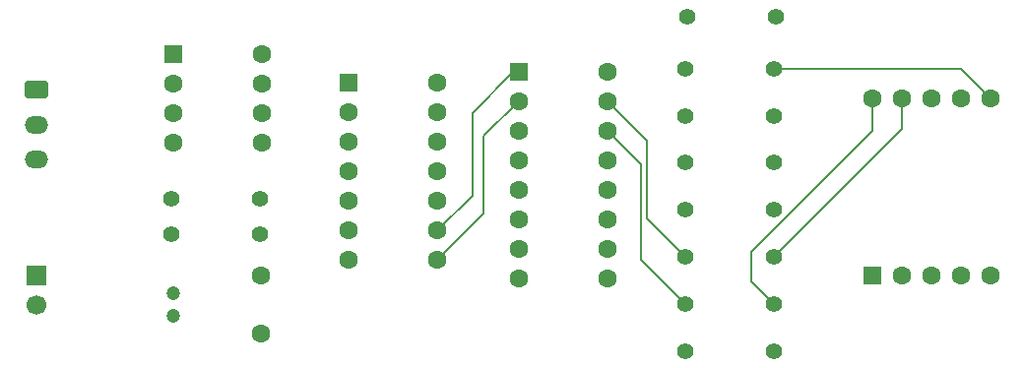
<source format=gbr>
%TF.GenerationSoftware,KiCad,Pcbnew,9.0.4*%
%TF.CreationDate,2025-10-16T13:30:05+09:00*%
%TF.ProjectId,HAM_Seminar,48414d5f-5365-46d6-996e-61722e6b6963,rev?*%
%TF.SameCoordinates,Original*%
%TF.FileFunction,Copper,L2,Bot*%
%TF.FilePolarity,Positive*%
%FSLAX46Y46*%
G04 Gerber Fmt 4.6, Leading zero omitted, Abs format (unit mm)*
G04 Created by KiCad (PCBNEW 9.0.4) date 2025-10-16 13:30:05*
%MOMM*%
%LPD*%
G01*
G04 APERTURE LIST*
G04 Aperture macros list*
%AMRoundRect*
0 Rectangle with rounded corners*
0 $1 Rounding radius*
0 $2 $3 $4 $5 $6 $7 $8 $9 X,Y pos of 4 corners*
0 Add a 4 corners polygon primitive as box body*
4,1,4,$2,$3,$4,$5,$6,$7,$8,$9,$2,$3,0*
0 Add four circle primitives for the rounded corners*
1,1,$1+$1,$2,$3*
1,1,$1+$1,$4,$5*
1,1,$1+$1,$6,$7*
1,1,$1+$1,$8,$9*
0 Add four rect primitives between the rounded corners*
20,1,$1+$1,$2,$3,$4,$5,0*
20,1,$1+$1,$4,$5,$6,$7,0*
20,1,$1+$1,$6,$7,$8,$9,0*
20,1,$1+$1,$8,$9,$2,$3,0*%
G04 Aperture macros list end*
%TA.AperFunction,ComponentPad*%
%ADD10C,1.400000*%
%TD*%
%TA.AperFunction,ComponentPad*%
%ADD11R,1.700000X1.700000*%
%TD*%
%TA.AperFunction,ComponentPad*%
%ADD12C,1.700000*%
%TD*%
%TA.AperFunction,ComponentPad*%
%ADD13RoundRect,0.250000X-0.550000X-0.550000X0.550000X-0.550000X0.550000X0.550000X-0.550000X0.550000X0*%
%TD*%
%TA.AperFunction,ComponentPad*%
%ADD14C,1.600000*%
%TD*%
%TA.AperFunction,ComponentPad*%
%ADD15R,1.600000X1.600000*%
%TD*%
%TA.AperFunction,ComponentPad*%
%ADD16C,1.200000*%
%TD*%
%TA.AperFunction,ComponentPad*%
%ADD17RoundRect,0.250001X-0.759999X0.499999X-0.759999X-0.499999X0.759999X-0.499999X0.759999X0.499999X0*%
%TD*%
%TA.AperFunction,ComponentPad*%
%ADD18O,2.020000X1.500000*%
%TD*%
%TA.AperFunction,Conductor*%
%ADD19C,0.200000*%
%TD*%
G04 APERTURE END LIST*
D10*
%TO.P,R3,1*%
%TO.N,Net-(U3-a)*%
X226000000Y-78750000D03*
%TO.P,R3,2*%
%TO.N,Net-(U4-A)*%
X233620000Y-78750000D03*
%TD*%
D11*
%TO.P,BT1,1,+*%
%TO.N,Net-(BT1-+)*%
X170000000Y-100960000D03*
D12*
%TO.P,BT1,2,-*%
%TO.N,GND*%
X170000000Y-103500000D03*
%TD*%
D10*
%TO.P,R1,1*%
%TO.N,VCC*%
X181610000Y-94420000D03*
%TO.P,R1,2*%
%TO.N,Net-(U1-DIS)*%
X189230000Y-94420000D03*
%TD*%
D13*
%TO.P,U2,1,CP1..3*%
%TO.N,Net-(U2-CP1..3)*%
X196880000Y-84420000D03*
D14*
%TO.P,U2,2,R0(1)*%
%TO.N,GND*%
X196880000Y-86960000D03*
%TO.P,U2,3,R0(2)*%
X196880000Y-89500000D03*
%TO.P,U2,4*%
%TO.N,N/C*%
X196880000Y-92040000D03*
%TO.P,U2,5,VCC*%
%TO.N,VCC*%
X196880000Y-94580000D03*
%TO.P,U2,6,R9(1)*%
%TO.N,GND*%
X196880000Y-97120000D03*
%TO.P,U2,7,R9(2)*%
X196880000Y-99660000D03*
%TO.P,U2,8,Q2*%
%TO.N,Net-(U2-Q2)*%
X204500000Y-99660000D03*
%TO.P,U2,9,Q1*%
%TO.N,Net-(U2-Q1)*%
X204500000Y-97120000D03*
%TO.P,U2,10,GND*%
%TO.N,GND*%
X204500000Y-94580000D03*
%TO.P,U2,11,Q3*%
%TO.N,Net-(U2-Q3)*%
X204500000Y-92040000D03*
%TO.P,U2,12,Q0*%
%TO.N,Net-(U2-CP1..3)*%
X204500000Y-89500000D03*
%TO.P,U2,13*%
%TO.N,N/C*%
X204500000Y-86960000D03*
%TO.P,U2,14,CP0*%
%TO.N,Net-(U1-Q)*%
X204500000Y-84420000D03*
%TD*%
D13*
%TO.P,U1,1,GND*%
%TO.N,GND*%
X181805000Y-81920000D03*
D14*
%TO.P,U1,2,TR*%
%TO.N,Net-(U1-THR)*%
X181805000Y-84460000D03*
%TO.P,U1,3,Q*%
%TO.N,Net-(U1-Q)*%
X181805000Y-87000000D03*
%TO.P,U1,4,R*%
%TO.N,VCC*%
X181805000Y-89540000D03*
%TO.P,U1,5,CV*%
%TO.N,Net-(U1-CV)*%
X189425000Y-89540000D03*
%TO.P,U1,6,THR*%
%TO.N,Net-(U1-THR)*%
X189425000Y-87000000D03*
%TO.P,U1,7,DIS*%
%TO.N,Net-(U1-DIS)*%
X189425000Y-84460000D03*
%TO.P,U1,8,VCC*%
%TO.N,VCC*%
X189425000Y-81920000D03*
%TD*%
D13*
%TO.P,U3,1,B*%
%TO.N,Net-(U2-Q1)*%
X211500000Y-83460000D03*
D14*
%TO.P,U3,2,C*%
%TO.N,Net-(U2-Q2)*%
X211500000Y-86000000D03*
%TO.P,U3,3,LT*%
%TO.N,VCC*%
X211500000Y-88540000D03*
%TO.P,U3,4,BI*%
X211500000Y-91080000D03*
%TO.P,U3,5,RBI*%
X211500000Y-93620000D03*
%TO.P,U3,6,D*%
%TO.N,Net-(U2-Q3)*%
X211500000Y-96160000D03*
%TO.P,U3,7,A*%
%TO.N,Net-(U2-CP1..3)*%
X211500000Y-98700000D03*
%TO.P,U3,8,GND*%
%TO.N,GND*%
X211500000Y-101240000D03*
%TO.P,U3,9,e*%
%TO.N,Net-(U3-e)*%
X219120000Y-101240000D03*
%TO.P,U3,10,d*%
%TO.N,Net-(U3-d)*%
X219120000Y-98700000D03*
%TO.P,U3,11,c*%
%TO.N,Net-(U3-c)*%
X219120000Y-96160000D03*
%TO.P,U3,12,b*%
%TO.N,Net-(U3-b)*%
X219120000Y-93620000D03*
%TO.P,U3,13,a*%
%TO.N,Net-(U3-a)*%
X219120000Y-91080000D03*
%TO.P,U3,14,g*%
%TO.N,Net-(U3-g)*%
X219120000Y-88540000D03*
%TO.P,U3,15,f*%
%TO.N,Net-(U3-f)*%
X219120000Y-86000000D03*
%TO.P,U3,16,VCC*%
%TO.N,VCC*%
X219120000Y-83460000D03*
%TD*%
%TO.P,C2,1*%
%TO.N,Net-(U1-CV)*%
X189305000Y-101000000D03*
%TO.P,C2,2*%
%TO.N,GND*%
X189305000Y-106000000D03*
%TD*%
D15*
%TO.P,U4,1,E*%
%TO.N,Net-(U4-E)*%
X241920000Y-100997500D03*
D14*
%TO.P,U4,2,D*%
%TO.N,Net-(U4-D)*%
X244460000Y-100997500D03*
%TO.P,U4,3,CC*%
%TO.N,GND*%
X247000000Y-100997500D03*
%TO.P,U4,4,C*%
%TO.N,Net-(U4-C)*%
X249540000Y-100997500D03*
%TO.P,U4,5,DP*%
%TO.N,Net-(U4-DP)*%
X252080000Y-100997500D03*
%TO.P,U4,6,B*%
%TO.N,Net-(U4-B)*%
X252080000Y-85757500D03*
%TO.P,U4,7,A*%
%TO.N,Net-(U4-A)*%
X249540000Y-85757500D03*
%TO.P,U4,8,CC*%
%TO.N,GND*%
X247000000Y-85757500D03*
%TO.P,U4,9,F*%
%TO.N,Net-(U4-F)*%
X244460000Y-85757500D03*
%TO.P,U4,10,G*%
%TO.N,Net-(U4-G)*%
X241920000Y-85757500D03*
%TD*%
D16*
%TO.P,C1,1*%
%TO.N,Net-(U1-THR)*%
X181805000Y-102500000D03*
%TO.P,C1,2*%
%TO.N,GND*%
X181805000Y-104500000D03*
%TD*%
D10*
%TO.P,R9,1*%
%TO.N,Net-(U3-g)*%
X225840000Y-103450000D03*
%TO.P,R9,2*%
%TO.N,Net-(U4-G)*%
X233460000Y-103450000D03*
%TD*%
%TO.P,R5,1*%
%TO.N,Net-(U3-c)*%
X225840000Y-87250000D03*
%TO.P,R5,2*%
%TO.N,Net-(U4-C)*%
X233460000Y-87250000D03*
%TD*%
%TO.P,R8,1*%
%TO.N,Net-(U3-f)*%
X225840000Y-99400000D03*
%TO.P,R8,2*%
%TO.N,Net-(U4-F)*%
X233460000Y-99400000D03*
%TD*%
D17*
%TO.P,SW1,1,A*%
%TO.N,VCC*%
X170000000Y-85000000D03*
D18*
%TO.P,SW1,2,B*%
%TO.N,Net-(BT1-+)*%
X170000000Y-88000000D03*
%TO.P,SW1,3,C*%
%TO.N,unconnected-(SW1-C-Pad3)*%
X170000000Y-91000000D03*
%TD*%
D10*
%TO.P,R4,1*%
%TO.N,Net-(U3-b)*%
X225840000Y-83200000D03*
%TO.P,R4,2*%
%TO.N,Net-(U4-B)*%
X233460000Y-83200000D03*
%TD*%
%TO.P,R7,1*%
%TO.N,Net-(U3-e)*%
X225840000Y-95350000D03*
%TO.P,R7,2*%
%TO.N,Net-(U4-E)*%
X233460000Y-95350000D03*
%TD*%
%TO.P,R6,1*%
%TO.N,Net-(U3-d)*%
X225840000Y-91300000D03*
%TO.P,R6,2*%
%TO.N,Net-(U4-D)*%
X233460000Y-91300000D03*
%TD*%
%TO.P,R2,1*%
%TO.N,Net-(U1-DIS)*%
X189230000Y-97420000D03*
%TO.P,R2,2*%
%TO.N,Net-(U1-THR)*%
X181610000Y-97420000D03*
%TD*%
%TO.P,R10,1*%
%TO.N,Net-(U1-Q)*%
X225840000Y-107500000D03*
%TO.P,R10,2*%
%TO.N,Net-(U4-DP)*%
X233460000Y-107500000D03*
%TD*%
D19*
%TO.N,Net-(U3-f)*%
X222500000Y-96060000D02*
X225840000Y-99400000D01*
X219120000Y-86000000D02*
X222500000Y-89380000D01*
X222500000Y-89380000D02*
X222500000Y-96060000D01*
%TO.N,Net-(U3-g)*%
X222000000Y-99610000D02*
X225840000Y-103450000D01*
X222000000Y-91420000D02*
X222000000Y-99610000D01*
X219120000Y-88540000D02*
X222000000Y-91420000D01*
%TO.N,Net-(U2-Q2)*%
X208500000Y-95660000D02*
X208500000Y-89000000D01*
X208500000Y-89000000D02*
X211500000Y-86000000D01*
X204500000Y-99660000D02*
X208500000Y-95660000D01*
%TO.N,Net-(U2-Q1)*%
X207500000Y-87000000D02*
X211040000Y-83460000D01*
X211040000Y-83460000D02*
X211500000Y-83460000D01*
X207500000Y-94120000D02*
X207500000Y-87000000D01*
X204500000Y-97120000D02*
X207500000Y-94120000D01*
%TO.N,Net-(U4-B)*%
X249522500Y-83200000D02*
X252080000Y-85757500D01*
X233460000Y-83200000D02*
X249522500Y-83200000D01*
%TO.N,Net-(U4-F)*%
X244460000Y-88400000D02*
X244460000Y-85757500D01*
X233460000Y-99400000D02*
X244460000Y-88400000D01*
%TO.N,Net-(U4-G)*%
X231500000Y-99000000D02*
X241920000Y-88580000D01*
X231500000Y-101490000D02*
X231500000Y-99000000D01*
X233460000Y-103450000D02*
X231500000Y-101490000D01*
X241920000Y-88580000D02*
X241920000Y-85757500D01*
%TD*%
M02*

</source>
